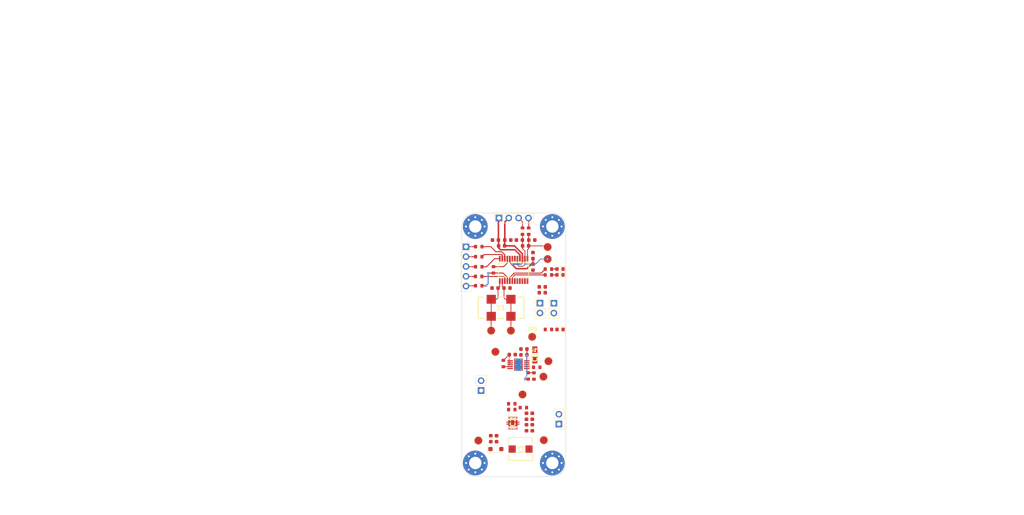
<source format=kicad_pcb>
(kicad_pcb (version 20241229) (generator "pcbnew") (generator_version "9.0")
  (title_block (date "2024-04-13") (rev "${REVISION}") (company "${COMPANY}"))
  (layers (0 "F.Cu" signal "L1 (Sig, PWR)") (2 "B.Cu" signal "L6 (Sig, PWR)") (13 "F.Paste" user) (15 "B.Paste" user) (5 "F.SilkS" user "F.Silkscreen") (7 "B.SilkS" user "B.Silkscreen") (1 "F.Mask" user) (3 "B.Mask" user) (25 "Edge.Cuts" user))
  (property "ASSEMBLY_NOTES" "")
  (property "BOARD_NAME" "AD7190")
  (property "COMPANY" "OPEN_TRUST_LAB")
  (property "DESIGNER" "SIEBERT DIMITRY")
  (property "FABRICATION_NOTES" "")
  (property "GIT_HASH_PCB" "f2c7d09")
  (property "GIT_HASH_SCH" "f2c7d09")
  (property "GIT_URL" "https://github.com/nguyen-v/KDT_Hierarchical_KiBot")
  (property "PROJECT_NAME" "OPEN_WEIGHT")
  (property "RELEASE_BODY_1.0.0" "")
  (property "RELEASE_BODY_1.0.1" "")
  (property "RELEASE_BODY_1.0.2" "")
  (property "RELEASE_BODY_1.1.0" "")
  (property "RELEASE_BODY_UNRELEASED" "Version Unreleased not found.")
  (property "RELEASE_DATE" "24-Feb-2026")
  (property "RELEASE_DATE_NUM" "2026-02-24")
  (property "RELEASE_TITLE_1.0.0" "")
  (property "RELEASE_TITLE_1.0.1" "")
  (property "RELEASE_TITLE_1.0.2" "")
  (property "RELEASE_TITLE_1.1.0" "")
  (property "RELEASE_TITLE_UNRELEASED" "Version Unreleased not found.")
  (property "REVISION" "+ (Unreleased)")
  (property "SHEET_NAME_1" "Cover Page")
  (property "SHEET_NAME_10" "Revision History")
  (property "SHEET_NAME_11" "......................................")
  (property "SHEET_NAME_12" "......................................")
  (property "SHEET_NAME_13" "......................................")
  (property "SHEET_NAME_14" "......................................")
  (property "SHEET_NAME_15" "......................................")
  (property "SHEET_NAME_16" "......................................")
  (property "SHEET_NAME_17" "......................................")
  (property "SHEET_NAME_18" "......................................")
  (property "SHEET_NAME_19" "......................................")
  (property "SHEET_NAME_2" "Block Diagram")
  (property "SHEET_NAME_20" "......................................")
  (property "SHEET_NAME_21" "......................................")
  (property "SHEET_NAME_22" "......................................")
  (property "SHEET_NAME_23" "......................................")
  (property "SHEET_NAME_24" "......................................")
  (property "SHEET_NAME_25" "......................................")
  (property "SHEET_NAME_26" "......................................")
  (property "SHEET_NAME_27" "......................................")
  (property "SHEET_NAME_28" "......................................")
  (property "SHEET_NAME_29" "......................................")
  (property "SHEET_NAME_3" "Project Architecture")
  (property "SHEET_NAME_30" "......................................")
  (property "SHEET_NAME_31" "......................................")
  (property "SHEET_NAME_32" "......................................")
  (property "SHEET_NAME_33" "......................................")
  (property "SHEET_NAME_34" "......................................")
  (property "SHEET_NAME_35" "......................................")
  (property "SHEET_NAME_36" "......................................")
  (property "SHEET_NAME_37" "......................................")
  (property "SHEET_NAME_38" "......................................")
  (property "SHEET_NAME_39" "......................................")
  (property "SHEET_NAME_4" "AD7910_Weight_sensor")
  (property "SHEET_NAME_40" "......................................")
  (property "SHEET_NAME_5" "LT3042_6V_5VA")
  (property "SHEET_NAME_6" "TPS61086_3.3V_to_6V")
  (property "SHEET_NAME_7" "Holes, Fiducials")
  (property "SHEET_NAME_8" "Connecteur")
  (property "SHEET_NAME_9" "Power - Sequencing")
  (property "VARIANT" "DRAFT")
  (net 0 "")
  (net 1 "+3.3V_IN")
  (net 2 "GND")
  (net 3 "IN-SENSE+")
  (net 4 "IN-SENSE-")
  (net 5 "OUT-")
  (net 6 "OUT+")
  (net 7 "MCLK2")
  (net 8 "MCLK1")
  (net 9 "+5VA_OUT")
  (net 10 "/Project Architecture/LT3042_6V_5VA/SET")
  (net 11 "+6V_IN")
  (net 12 "Net-(C17-Pad1)")
  (net 13 "+6V_OUT")
  (net 14 "Net-(D1-A)")
  (net 15 "Net-(D2-A)")
  (net 16 "Net-(D3-A)")
  (net 17 "Net-(D4-A)")
  (net 18 "CS")
  (net 19 "SCLK")
  (net 20 "DIN")
  (net 21 "SYNC")
  (net 22 "DOUT")
  (net 23 "IN-OUT+")
  (net 24 "IN-OUT-")
  (net 25 "Net-(U1-DIN)")
  (net 26 "Net-(U1-~{SYNC})")
  (net 27 "Net-(U1-SCLK)")
  (net 28 "Net-(U1-~{CS})")
  (net 29 "Net-(U1-DOUT{slash}~{RDY})")
  (net 30 "Net-(U1-P3)")
  (net 31 "Net-(U1-P2)")
  (net 32 "/Project Architecture/LT3042_6V_5VA/PGFB")
  (net 33 "Net-(U2-PG)")
  (net 34 "/Project Architecture/TPS61086_3.3V_to_6V/FB")
  (net 40 "Net-(IC2-SS)")
  (net 41 "Net-(IC2-COMP)")
  (footprint "Capacitor_SMD:C_0603_1608Metric" (layer "F.Cu") (at 151.165 110.46 180)
    (property "Reference" "C15" (hide yes))
    (property "Value" "10µF" (hide yes))
  )
  (footprint "LED_SMD:LED_0603_1608Metric" (layer "F.Cu") (at 160.4875 91.3 180)
    (property "Reference" "D2" (hide yes))
    (property "Value" "LED" (hide yes))
  )
  (footprint "TestPoint:TestPoint_Pad_D2.0mm" (layer "F.Cu") (at 157.5 113.6)
    (property "Reference" "TP17" (hide yes))
    (property "Value" "TestPoint" (hide yes))
  )
  (footprint "Capacitor_SMD:C_0603_1608Metric" (layer "F.Cu") (at 148.15 111.9)
    (property "Reference" "C16" (hide yes))
    (property "Value" "4.7µF" (hide yes))
  )
  (footprint "MountingHole:MountingHole_3.2mm_M3_Pad_Via" (layer "F.Cu") (at 158.5 139.9)
    (property "Reference" "H4" (hide yes))
    (property "Value" "MountingHole_Pad" (hide yes))
  )
  (footprint "Package_SO:MSOP-10-1EP_3x3mm_P0.5mm_EP2.2x3.1mm_Mask1.83x1.89mm_ThermalVias" (layer "F.Cu") (at 149.75 114.5)
    (property "Reference" "U2" (hide yes))
    (property "Value" "LT3042IMSE" (hide yes))
  )
  (footprint "Capacitor_SMD:C_0603_1608Metric" (layer "F.Cu") (at 153.5 86.3 -90)
    (property "Reference" "C3" (hide yes))
    (property "Value" "0.1µF" (hide yes))
  )
  (footprint "Connector_PinHeader_2.54mm:PinHeader_1x02_P2.54mm_Vertical" (layer "F.Cu") (at 140.1 121.175 180)
    (property "Reference" "J2" (hide yes))
    (property "Value" "Conn_01x02_Pin" (hide yes))
  )
  (footprint "Capacitor_SMD:C_0603_1608Metric" (layer "F.Cu") (at 145.4 83.8 180)
    (property "Reference" "C5" (hide yes))
    (property "Value" "0.1µF" (hide yes))
  )
  (footprint "Resistor_SMD:R_0603_1608Metric" (layer "F.Cu") (at 157.4875 89.8)
    (property "Reference" "R10" (hide yes))
    (property "Value" "100Ω" (hide yes))
  )
  (footprint "Capacitor_SMD:C_0603_1608Metric" (layer "F.Cu") (at 151.165 111.97 180)
    (property "Reference" "C13" (hide yes))
    (property "Value" "4.7µF" (hide yes))
  )
  (footprint "Connector_PinHeader_2.54mm:PinHeader_1x02_P2.54mm_Vertical" (layer "F.Cu") (at 158.9 98.625)
    (property "Reference" "J4" (hide yes))
    (property "Value" "Conn_01x02_Pin" (hide yes))
  )
  (footprint "Capacitor_SMD:C_0603_1608Metric" (layer "F.Cu") (at 151.825 130.8 90)
    (property "Reference" "C22" (hide yes))
    (property "Value" "1µF" (hide yes))
  )
  (footprint "Capacitor_SMD:C_0603_1608Metric" (layer "F.Cu") (at 143.8 82.3 180)
    (property "Reference" "C9" (hide yes))
    (property "Value" "0.01µF" (hide yes))
  )
  (footprint "Resistor_SMD:R_0603_1608Metric" (layer "F.Cu") (at 139.5 86.6)
    (property "Reference" "R7" (hide yes))
    (property "Value" "100Ω" (hide yes))
  )
  (footprint "Capacitor_SMD:C_0603_1608Metric" (layer "F.Cu") (at 144.1 133.625 90)
    (property "Reference" "C19" (hide yes))
    (property "Value" "10µF" (hide yes))
  )
  (footprint "Resistor_SMD:R_0603_1608Metric" (layer "F.Cu") (at 157.5 105.4 180)
    (property "Reference" "R16" (hide yes))
    (property "Value" "620Ω" (hide yes))
  )
  (footprint "Resistor_SMD:R_0603_1608Metric" (layer "F.Cu") (at 139.5 89.2)
    (property "Reference" "R3" (hide yes))
    (property "Value" "100Ω" (hide yes))
  )
  (footprint "Connector_PinHeader_2.54mm:PinHeader_1x02_P2.54mm_Vertical" (layer "F.Cu") (at 155.3 98.6)
    (property "Reference" "J3" (hide yes))
    (property "Value" "Conn_01x02_Pin" (hide yes))
  )
  (footprint "Capacitor_SMD:C_0603_1608Metric" (layer "F.Cu") (at 147 82.3 180)
    (property "Reference" "C7" (hide yes))
    (property "Value" "0.01µF" (hide yes))
  )
  (footprint "Capacitor_SMD:C_0603_1608Metric" (layer "F.Cu") (at 153.5 89.3 90)
    (property "Reference" "C4" (hide yes))
    (property "Value" "10µF" (hide yes))
  )
  (footprint "Capacitor_SMD:C_0603_1608Metric" (layer "F.Cu") (at 151.825 127.825 -90)
    (property "Reference" "C17" (hide yes))
    (property "Value" "2.2nF" (hide yes))
  )
  (footprint "Capacitor_SMD:C_0603_1608Metric" (layer "F.Cu") (at 146.8 94.7)
    (property "Reference" "C11" (hide yes))
    (property "Value" "22pf" (hide yes))
  )
  (footprint "Resistor_SMD:R_0603_1608Metric" (layer "F.Cu") (at 152.4 80 -90)
    (property "Reference" "R1" (hide yes))
    (property "Value" "100Ω" (hide yes))
  )
  (footprint "Resistor_SMD:R_0603_1608Metric" (layer "F.Cu") (at 143.3 90 -90)
    (property "Reference" "R8" (hide yes))
    (property "Value" "100kΩ" (hide yes))
  )
  (footprint "Capacitor_SMD:C_0603_1608Metric" (layer "F.Cu") (at 150 82.3 180)
    (property "Reference" "C8" (hide yes))
    (property "Value" "0.01µF" (hide yes))
  )
  (footprint "Capacitor_SMD:C_0603_1608Metric" (layer "F.Cu") (at 153.325 127.825 -90)
    (property "Reference" "C18" (hide yes))
    (property "Value" "100nF" (hide yes))
  )
  (footprint "Capacitor_SMD:C_0603_1608Metric" (layer "F.Cu") (at 151.6 83.8 180)
    (property "Reference" "C6" (hide yes))
    (property "Value" "0.1µF" (hide yes))
  )
  (footprint "Resistor_SMD:R_0603_1608Metric" (layer "F.Cu") (at 139.5 84)
    (property "Reference" "R4" (hide yes))
    (property "Value" "100Ω" (hide yes))
  )
  (footprint "Connector_PinHeader_2.54mm:PinHeader_1x02_P2.54mm_Vertical" (layer "F.Cu") (at 160.2 129.84 180)
    (property "Reference" "J1" (hide yes))
    (property "Value" "Conn_01x02_Pin" (hide yes))
  )
  (footprint "Resistor_SMD:R_0603_1608Metric" (layer "F.Cu") (at 145.85 114.2 -90)
    (property "Reference" "R14" (hide yes))
    (property "Value" "200kΩ" (hide yes))
  )
  (footprint "Capacitor_SMD:C_0603_1608Metric" (layer "F.Cu") (at 155.9 95.9)
    (property "Reference" "C2" (hide yes))
    (property "Value" "10µF" (hide yes))
  )
  (footprint "Diode_SMD:D_SOD-123F" (layer "F.Cu") (at 143.925 136.3)
    (property "Reference" "D3" (hide yes))
    (property "Value" "PMEG2010AEH" (hide yes))
  )
  (footprint "Capacitor_SMD:C_0603_1608Metric" (layer "F.Cu") (at 142.6 133.625 90)
    (property "Reference" "C20" (hide yes))
    (property "Value" "10µF" (hide yes))
  )
  (footprint "TestPoint:TestPoint_Pad_D2.0mm" (layer "F.Cu") (at 147.8 105.7 90)
    (property "Reference" "TP15" (hide yes))
    (property "Value" "TestPoint" (hide yes))
  )
  (footprint "Resistor_SMD:R_0603_1608Metric" (layer "F.Cu") (at 157.4875 91.3)
    (property "Reference" "R11" (hide yes))
    (property "Value" "100Ω" (hide yes))
  )
  (footprint "Resistor_SMD:R_0603_1608Metric" (layer "F.Cu") (at 139.5 94.1)
    (property "Reference" "R6" (hide yes))
    (property "Value" "100Ω" (hide yes))
  )
  (footprint "ABC2-4.9152MHZ-4-T:ABC210000MHZ4" (layer "F.Cu") (at 145.26 99.8)
    (property "Reference" "Y1")
    (property "Value" "ABC2-4.9152MHZ-4-T" (hide yes))
  )
  (footprint "TestPoint:TestPoint_Pad_D2.0mm" (layer "F.Cu") (at 143.8 111.17)
    (property "Reference" "TP16" (hide yes))
    (property "Value" "TestPoint" (hide yes))
  )
  (footprint "LED_SMD:LED_0603_1608Metric" (layer "F.Cu") (at 160.5 89.79 180)
    (property "Reference" "D1" (hide yes))
    (property "Value" "LED" (hide yes))
  )
  (footprint "Capacitor_SMD:C_0603_1608Metric" (layer "F.Cu") (at 153.2 82.3 180)
    (property "Reference" "C10" (hide yes))
    (property "Value" "0.01µF" (hide yes))
  )
  (footprint "TestPoint:TestPoint_Pad_D2.0mm" (layer "F.Cu") (at 139.4 134.1)
    (property "Reference" "TP20" (hide yes))
    (property "Value" "TestPoint" (hide yes))
  )
  (footprint "MountingHole:MountingHole_3.2mm_M3_Pad_Via" (layer "F.Cu") (at 138.6 139.9)
    (property "Reference" "H3" (hide yes))
    (property "Value" "MountingHole_Pad" (hide yes))
  )
  (footprint "Resistor_SMD:R_0603_1608Metric" (layer "F.Cu") (at 150.8 80 -90)
    (property "Reference" "R2" (hide yes))
    (property "Value" "100Ω" (hide yes))
  )
  (footprint "TestPoint:TestPoint_Pad_D2.0mm" (layer "F.Cu") (at 142.7 105.7 90)
    (property "Reference" "TP14" (hide yes))
    (property "Value" "TestPoint" (hide yes))
  )
  (footprint "Capacitor_SMD:C_0603_1608Metric" (layer "F.Cu") (at 155.9 94.4)
    (property "Reference" "C1" (hide yes))
    (property "Value" "0.1µF" (hide yes))
  )
  (footprint "Resistor_SMD:R_0603_1608Metric" (layer "F.Cu") (at 154.48 115.17 180)
    (property "Reference" "R9" (hide yes))
    (property "Value" "50kΩ" (hide yes))
  )
  (footprint "TestPoint:TestPoint_Pad_D2.0mm" (layer "F.Cu") (at 150.8 122.2)
    (property "Reference" "TP19" (hide yes))
    (property "Value" "TestPoint" (hide yes))
  )
  (footprint "TestPoint:TestPoint_Pad_D2.0mm" (layer "F.Cu") (at 153.3 107.3)
    (property "Reference" "TP8")
    (property "Value" "TestPoint" (hide yes))
  )
  (footprint "Resistor_SMD:R_0603_1608Metric" (layer "F.Cu") (at 139.475 91.7)
    (property "Reference" "R5" (hide yes))
    (property "Value" "100Ω" (hide yes))
  )
  (footprint "Resistor_SMD:R_0603_1608Metric" (layer "F.Cu") (at 148.025 124.6 180)
    (property "Reference" "R17" (hide yes))
    (property "Value" "69.8kΩ" (hide yes))
  )
  (footprint "TAJA225K016RNJ:CAPPM3216X180N" (layer "F.Cu") (at 153.99 111.97 90)
    (property "Reference" "C14")
    (property "Value" "TAJA225K016RNJ" (hide yes))
  )
  (footprint "TestPoint:TestPoint_Pad_D2.0mm" (layer "F.Cu") (at 157.3 84.1)
    (property "Reference" "TP3" (hide yes))
    (property "Value" "TestPoint" (hide yes))
  )
  (footprint "LED_SMD:LED_0603_1608Metric" (layer "F.Cu") (at 160.5 105.4 180)
    (property "Reference" "D4" (hide yes))
    (property "Value" "LED" (hide yes))
  )
  (footprint "Connector_PinSocket_2.54mm:PinSocket_1x04_P2.54mm_Vertical" (layer "F.Cu") (at 144.72 76.6 90)
    (property "Reference" "J5" (hide yes))
    (property "Value" "Conn_01x04_Socket" (hide yes))
  )
  (footprint "TestPoint:TestPoint_Pad_D2.0mm" (layer "F.Cu") (at 156.2 117.6)
    (property "Reference" "TP18" (hide yes))
    (property "Value" "TestPoint" (hide yes))
  )
  (footprint "Connector_PinSocket_2.54mm:PinSocket_1x05_P2.54mm_Vertical" (layer "F.Cu") (at 136.2 84.04)
    (property "Reference" "J6" (hide yes))
    (property "Value" "Conn_01x05_Pin" (hide yes))
  )
  (footprint "TestPoint:TestPoint_Pad_D2.0mm" (layer "F.Cu") (at 156.3 134)
    (property "Reference" "TP6" (hide yes))
    (property "Value" "TestPoint" (hide yes))
  )
  (footprint "Resistor_SMD:R_0603_1608Metric" (layer "F.Cu") (at 148.025 126.1)
    (property "Reference" "R15" (hide yes))
    (property "Value" "18kΩ" (hide yes))
  )
  (footprint "TPS61086DRCR:TPS16412DRCR" (layer "F.Cu") (at 148.325 129.6 -90)
    (property "Reference" "IC2")
    (property "Value" "TPS61086DRCR" (hide yes))
  )
  (footprint "Capacitor_SMD:C_0603_1608Metric" (layer "F.Cu") (at 153.325 130.8 90)
    (property "Reference" "C21" (hide yes))
    (property "Value" "10µF" (hide yes))
  )
  (footprint "Resistor_SMD:R_0603_1608Metric" (layer "F.Cu") (at 153.75 117.425 90)
    (property "Reference" "R13" (hide yes))
    (property "Value" "50kΩ" (hide yes))
  )
  (footprint "MountingHole:MountingHole_3.2mm_M3_Pad_Via" (layer "F.Cu") (at 158.5 78.8)
    (property "Reference" "H1" (hide yes))
    (property "Value" "MountingHole_Pad" (hide yes))
  )
  (footprint "Resistor_SMD:R_0603_1608Metric" (layer "F.Cu") (at 151.025 125.6 180)
    (property "Reference" "R18" (hide yes))
    (property "Value" "37.4kΩ" (hide yes))
  )
  (footprint "7447785004:7447785004" (layer "F.Cu") (at 150.3 136.3 -90)
    (property "Reference" "L1")
    (property "Value" "7447785004" (hide yes))
  )
  (footprint "AD7190WBRUZ:SOP65P640X120-24N" (layer "F.Cu") (at 148.5 90 90)
    (property "Reference" "U1" (hide yes))
    (property "Value" "AD7190WBRUZ" (hide yes))
  )
  (footprint "TestPoint:TestPoint_Pad_D2.0mm" (layer "F.Cu") (at 157.3 87.2)
    (property "Reference" "TP4" (hide yes))
    (property "Value" "TestPoint" (hide yes))
  )
  (footprint "MountingHole:MountingHole_3.2mm_M3_Pad_Via" (layer "F.Cu") (at 138.6 78.8)
    (property "Reference" "H2" (hide yes))
    (property "Value" "MountingHole_Pad" (hide yes))
  )
  (footprint "Resistor_SMD:R_0603_1608Metric" (layer "F.Cu") (at 152.25 117.4 -90)
    (property "Reference" "R12" (hide yes))
    (property "Value" "715kΩ" (hide yes))
  )
  (footprint "Capacitor_SMD:C_0603_1608Metric" (layer "F.Cu") (at 143.7 94.7 180)
    (property "Reference" "C12" (hide yes))
    (property "Value" "22pf" (hide yes))
  )
  (gr_arc (start 158.519955 75.299945) (mid 160.981998 76.332112) (end 162.000112 78.8) (stroke (width 0.1)) (layer "Edge.Cuts"))
  (gr_arc (start 162.000112 139.9) (mid 160.974953 142.374953) (end 158.5 143.400112) (stroke (width 0.1)) (layer "Edge.Cuts"))
  (gr_arc (start 138.6 143.399845) (mid 136.125236 142.374764) (end 135.100155 139.9) (stroke (width 0.1)) (layer "Edge.Cuts"))
  (gr_line (start 162.000112 78.8) (end 162.000112 139.9) (stroke (width 0.1)) (layer "Edge.Cuts"))
  (gr_line (start 158.5 143.400112) (end 138.6 143.399845) (stroke (width 0.1)) (layer "Edge.Cuts"))
  (gr_line (start 148.52 75.33) (end 158.519955 75.299945) (stroke (width 0.1)) (layer "Edge.Cuts"))
  (gr_line (start 135.098823 78.8) (end 135.100155 139.9) (stroke (width 0.1)) (layer "Edge.Cuts"))
  (gr_arc (start 135.098823 78.8) (mid 136.096186 76.352725) (end 138.520046 75.299736) (stroke (width 0.1)) (layer "Edge.Cuts"))
  (gr_line (start 148.52 75.33) (end 138.520046 75.299736) (stroke (width 0.1)) (layer "Edge.Cuts"))
  (segment (start 145.925 89.175) (end 146.875 88.225) (width 0.25) (layer "F.Cu") (net 1))
  (segment (start 143.3 89.175) (end 145.925 89.175) (width 0.25) (layer "F.Cu") (net 1))
  (segment (start 146.875 88.225) (end 146.875 87.1) (width 0.25) (layer "F.Cu") (net 1))
  (segment (start 142.72 94.715) (end 142.735 94.7) (width 0.2) (layer "F.Cu") (net 2))
  (segment (start 146.175 83.8) (end 146.175 82.35) (width 0.4) (layer "F.Cu") (net 3))
  (segment (start 151.9 89.7) (end 153.075 88.525) (width 0.4) (layer "F.Cu") (net 3))
  (segment (start 146.225 77.635) (end 147.26 76.6) (width 0.4) (layer "F.Cu") (net 3))
  (segment (start 149.2 89.7) (end 151.9 89.7) (width 0.4) (layer "F.Cu") (net 3))
  (segment (start 148.1 88.6) (end 149.2 89.7) (width 0.4) (layer "F.Cu") (net 3))
  (segment (start 150.4 88.5) (end 150.775 88.125) (width 0.4) (layer "F.Cu") (net 3))
  (segment (start 150.775 85.875) (end 148.7 83.8) (width 0.4) (layer "F.Cu") (net 3))
  (segment (start 146.175 82.35) (end 146.225 82.3) (width 0.4) (layer "F.Cu") (net 3))
  (segment (start 153.075 88.525) (end 153.5 88.525) (width 0.4) (layer "F.Cu") (net 3))
  (segment (start 146.225 82.3) (end 146.225 77.635) (width 0.4) (layer "F.Cu") (net 3))
  (segment (start 148 88.5) (end 147.525 88.025) (width 0.4) (layer "F.Cu") (net 3))
  (segment (start 148.1 88.5) (end 148 88.5) (width 0.4) (layer "F.Cu") (net 3))
  (segment (start 148.1 88.5) (end 148.1 88.6) (width 0.4) (layer "F.Cu") (net 3))
  (segment (start 150.775 88.125) (end 150.775 87.1) (width 0.4) (layer "F.Cu") (net 3))
  (segment (start 150.775 87.1) (end 150.775 85.875) (width 0.4) (layer "F.Cu") (net 3))
  (segment (start 147.525 88.025) (end 147.525 87.1) (width 0.4) (layer "F.Cu") (net 3))
  (segment (start 153.5 87.075) (end 153.5 88.525) (width 0.3) (layer "F.Cu") (net 3))
  (segment (start 148.7 83.8) (end 146.175 83.8) (width 0.4) (layer "F.Cu") (net 3))
  (via (at 148.1 88.5) (size 0.55) (drill 0.25) (layers "F.Cu" "B.Cu") (net 3))
  (via (at 150.4 88.5) (size 0.55) (drill 0.25) (layers "F.Cu" "B.Cu") (net 3))
  (segment (start 150.4 88.5) (end 148.1 88.5) (width 0.4) (layer "B.Cu") (net 3))
  (segment (start 144.575 82.3) (end 144.575 76.745) (width 0.4) (layer "F.Cu") (net 4))
  (segment (start 150.125 87.1) (end 150.125 86.125) (width 0.4) (layer "F.Cu") (net 4))
  (segment (start 148.8 84.8) (end 145.1 84.8) (width 0.4) (layer "F.Cu") (net 4))
  (segment (start 150.125 86.125) (end 148.8 84.8) (width 0.4) (layer "F.Cu") (net 4))
  (segment (start 144.625 82.35) (end 144.575 82.3) (width 0.4) (layer "F.Cu") (net 4))
  (segment (start 145.1 84.8) (end 144.625 84.325) (width 0.4) (layer "F.Cu") (net 4))
  (segment (start 144.575 76.745) (end 144.72 76.6) (width 0.4) (layer "F.Cu") (net 4))
  (segment (start 144.625 84.325) (end 144.625 83.8) (width 0.4) (layer "F.Cu") (net 4))
  (segment (start 144.625 83.8) (end 144.625 82.35) (width 0.4) (layer "F.Cu") (net 4))
  (segment (start 150.8 84.5) (end 150.8 83.825) (width 0.2) (layer "F.Cu") (net 5))
  (segment (start 149.475 87.1) (end 149.475 88.675) (width 0.2) (layer "F.Cu") (net 5))
  (segment (start 151.425 88.575) (end 151.425 88.5) (width 0.2) (layer "F.Cu") (net 5))
  (segment (start 150.8 80.825) (end 150.8 83.775) (width 0.2) (layer "F.Cu") (net 5))
  (segment (start 151.425 88.5) (end 151.425 87.1) (width 0.2) (layer "F.Cu") (net 5))
  (segment (start 150.9 89.1) (end 151.425 88.575) (width 0.2) (layer "F.Cu") (net 5))
  (segment (start 151.425 85.125) (end 150.8 84.5) (width 0.2) (layer "F.Cu") (net 5))
  (segment (start 149.9 89.1) (end 150.9 89.1) (width 0.2) (layer "F.Cu") (net 5))
  (segment (start 151.425 87.1) (end 151.425 85.125) (width 0.2) (layer "F.Cu") (net 5))
  (segment (start 150.8 83.825) (end 150.825 83.8) (width 0.2) (layer "F.Cu") (net 5))
  (segment (start 150.8 83.775) (end 150.825 83.8) (width 0.2) (layer "F.Cu") (net 5))
  (segment (start 149.475 88.675) (end 149.9 89.1) (width 0.2) (layer "F.Cu") (net 5))
  (via (at 151.425 88.5) (size 0.55) (drill 0.25) (layers "F.Cu" "B.Cu") (net 5))
  (via (at 157.3 87.2) (size 0.55) (drill 0.25) (layers "F.Cu" "B.Cu") (net 5))
  (segment (start 155.5 87.2) (end 157.3 87.2) (width 0.2) (layer "B.Cu") (net 5))
  (segment (start 154.2 88.5) (end 155.5 87.2) (width 0.2) (layer "B.Cu") (net 5))
  (segment (start 151.425 88.5) (end 154.2 88.5) (width 0.2) (layer "B.Cu") (net 5))
  (segment (start 152.4 83.825) (end 152.4 84.5) (width 0.2) (layer "F.Cu") (net 6))
  (segment (start 152.4 84.5) (end 152.075 84.825) (width 0.2) (layer "F.Cu") (net 6))
  (segment (start 152.375 81.525) (end 152.375 83.8) (width 0.2) (layer "F.Cu") (net 6))
  (segment (start 152.4 81.5) (end 152.375 81.525) (width 0.2) (layer "F.Cu") (net 6))
  (segment (start 152.375 83.8) (end 152.4 83.825) (width 0.2) (layer "F.Cu") (net 6))
  (segment (start 152.375 83.8) (end 157 83.8) (width 0.2) (layer "F.Cu") (net 6))
  (segment (start 157 83.8) (end 157.3 84.1) (width 0.2) (layer "F.Cu") (net 6))
  (segment (start 152.075 84.825) (end 152.075 87.1) (width 0.2) (layer "F.Cu") (net 6))
  (segment (start 152.4 80.825) (end 152.4 81.5) (width 0.2) (layer "F.Cu") (net 6))
  (segment (start 147.8 97.6) (end 147.8 102) (width 0.2) (layer "F.Cu") (net 7))
  (segment (start 146.4 97.6) (end 147.8 97.6) (width 0.2) (layer "F.Cu") (net 7))
  (segment (start 145.575 94.25) (end 146.025 94.7) (width 0.2) (layer "F.Cu") (net 7))
  (segment (start 146.025 94.7) (end 146.025 97.225) (width 0.2) (layer "F.Cu") (net 7))
  (segment (start 145.575 92.9) (end 145.575 94.25) (width 0.2) (layer "F.Cu") (net 7))
  (segment (start 146.025 97.225) (end 146.4 97.6) (width 0.2) (layer "F.Cu") (net 7))
  (segment (start 147.8 102) (end 147.8 105.7) (width 0.2) (layer "F.Cu") (net 7))
  (segment (start 142.72 102.18) (end 142.7 102.2) (width 0.2) (layer "F.Cu") (net 8))
  (segment (start 144.1 97.6) (end 142.72 97.6) (width 0.2) (layer "F.Cu") (net 8))
  (segment (start 144.5 97.2) (end 144.1 97.6) (width 0.2) (layer "F.Cu") (net 8))
  (segment (start 142.72 97.6) (end 142.72 102) (width 0.2) (layer "F.Cu") (net 8))
  (segment (start 144.925 92.9) (end 144.925 94.25) (width 0.2) (layer "F.Cu") (net 8))
  (segment (start 142.7 102.2) (end 142.7 105.7) (width 0.2) (layer "F.Cu") (net 8))
  (segment (start 142.72 102) (end 142.72 102.18) (width 0.2) (layer "F.Cu") (net 8))
  (segment (start 144.475 97.175) (end 144.5 97.2) (width 0.2) (layer "F.Cu") (net 8))
  (segment (start 144.925 94.25) (end 144.475 94.7) (width 0.2) (layer "F.Cu") (net 8))
  (segment (start 144.475 94.7) (end 144.475 97.175) (width 0.2) (layer "F.Cu") (net 8))
  (segment (start 151.9 113.5) (end 151.9 112.1) (width 0.2) (layer "F.Cu") (net 9))
  (segment (start 152.225 118.25) (end 152.25 118.225) (width 0.2) (layer "F.Cu") (net 9))
  (segment (start 151.94 110.46) (end 151.94 111.97) (width 0.25) (layer "F.Cu") (net 9))
  (segment (start 151.9 114) (end 151.9 113.5) (width 0.2) (layer "F.Cu") (net 9))
  (segment (start 151.45 118.25) (end 152.225 118.25) (width 0.2) (layer "F.Cu") (net 9))
  (segment (start 151.9 112.1) (end 151.9 112.05) (width 0.2) (layer "F.Cu") (net 9))
  (via (at 151.45 118.25) (size 0.55) (drill 0.25) (layers "F.Cu" "B.Cu") (net 9))
  (via (at 151.9 112.1) (size 0.55) (drill 0.25) (layers "F.Cu" "B.Cu") (net 9))
  (segment (start 151.45 118.25) (end 151.45 117.9) (width 0.2) (layer "B.Cu") (net 9))
  (segment (start 151.9 117.45) (end 151.9 112.1) (width 0.2) (layer "B.Cu") (net 9))
  (segment (start 151.45 117.9) (end 151.9 117.45) (width 0.2) (layer "B.Cu") (net 9))
  (segment (start 147.6 114.5) (end 147.375 114.275) (width 0.2) (layer "F.Cu") (net 11))
  (segment (start 147.375 114.275) (end 147.375 111.9) (width 0.2) (layer "F.Cu") (net 11))
  (segment (start 145.85 113.375) (end 145.9 113.375) (width 0.2) (layer "F.Cu") (net 11))
  (segment (start 145.9 113.375) (end 147.375 111.9) (width 0.2) (layer "F.Cu") (net 11))
  (segment (start 158.3125 89.8) (end 159.7025 89.8) (width 0.25) (layer "F.Cu") (net 14))
  (segment (start 159.7025 89.8) (end 159.7125 89.79) (width 0.25) (layer "F.Cu") (net 14))
  (segment (start 158.1625 91.3) (end 159.5625 91.3) (width 0.25) (layer "F.Cu") (net 15))
  (segment (start 138.675 94.1) (end 136.3 94.1) (width 0.25) (layer "F.Cu") (net 18))
  (segment (start 136.3 94.1) (end 136.2 94.2) (width 0.25) (layer "F.Cu") (net 18))
  (segment (start 136.24 91.7) (end 136.2 91.66) (width 0.25) (layer "F.Cu") (net 19))
  (segment (start 138.65 91.7) (end 136.24 91.7) (width 0.25) (layer "F.Cu") (net 19))
  (segment (start 136.28 89.2) (end 136.2 89.12) (width 0.25) (layer "F.Cu") (net 20))
  (segment (start 138.675 89.2) (end 136.28 89.2) (width 0.25) (layer "F.Cu") (net 20))
  (segment (start 136.24 84) (end 136.2 84.04) (width 0.25) (layer "F.Cu") (net 21))
  (segment (start 138.675 84) (end 136.24 84) (width 0.25) (layer "F.Cu") (net 21))
  (segment (start 136.22 86.6) (end 136.2 86.58) (width 0.25) (layer "F.Cu") (net 22))
  (segment (start 138.675 86.6) (end 136.22 86.6) (width 0.25) (layer "F.Cu") (net 22))
  (segment (start 152.4 79.175) (end 152.4 76.66) (width 0.2) (layer "F.Cu") (net 23))
  (segment (start 152.4 76.8) (end 152.5 76.7) (width 0.25) (layer "F.Cu") (net 23))
  (segment (start 152.4 76.66) (end 152.34 76.6) (width 0.25) (layer "F.Cu") (net 23))
  (segment (start 150.8 79.175) (end 150.8 77.6) (width 0.2) (layer "F.Cu") (net 24))
  (segment (start 150.8 77.6) (end 149.8 76.6) (width 0.2) (layer "F.Cu") (net 24))
  (segment (start 144.925 87.1) (end 143.6 87.1) (width 0.25) (layer "F.Cu") (net 25))
  (segment (start 141.5 89.2) (end 140.325 89.2) (width 0.25) (layer "F.Cu") (net 25))
  (segment (start 143.6 87.1) (end 141.5 89.2) (width 0.25) (layer "F.Cu") (net 25))
  (segment (start 144.882124 85.326) (end 144.856124 85.3) (width 0.25) (layer "F.Cu") (net 26))
  (segment (start 142.6 84) (end 140.325 84) (width 0.25) (layer "F.Cu") (net 26))
  (segment (start 146.225 86.125) (end 145.426 85.326) (width 0.25) (layer "F.Cu") (net 26))
  (segment (start 146.225 87.1) (end 146.225 86.125) (width 0.25) (layer "F.Cu") (net 26))
  (segment (start 145.426 85.326) (end 144.882124 85.326) (width 0.25) (layer "F.Cu") (net 26))
  (segment (start 144.856124 85.3) (end 143.9 85.3) (width 0.25) (layer "F.Cu") (net 26))
  (segment (start 143.9 85.3) (end 142.6 84) (width 0.25) (layer "F.Cu") (net 26))
  (segment (start 145.977 91.7) (end 140.3 91.7) (width 0.25) (layer "F.Cu") (net 27))
  (segment (start 146.225 92.9) (end 146.225 91.948) (width 0.25) (layer "F.Cu") (net 27))
  (segment (start 146.225 91.948) (end 145.977 91.7) (width 0.25) (layer "F.Cu") (net 27))
  (segment (start 141.4 94.1) (end 140.325 94.1) (width 0.25) (layer "F.Cu") (net 28))
  (segment (start 146.875 91.925) (end 145.775 90.825) (width 0.25) (layer "F.Cu") (net 28))
  (segment (start 146.875 92.9) (end 146.875 91.925) (width 0.25) (layer "F.Cu") (net 28))
  (segment (start 145.775 90.825) (end 143.3 90.825) (width 0.25) (layer "F.Cu") (net 28))
  (segment (start 143.3 90.825) (end 141.925 90.825) (width 0.25) (layer "F.Cu") (net 28))
  (via (at 141.925 90.825) (size 0.55) (drill 0.25) (layers "F.Cu" "B.Cu") (net 28))
  (via (at 141.4 94.1) (size 0.55) (drill 0.25) (layers "F.Cu" "B.Cu") (net 28))
  (segment (start 141.925 93.575) (end 141.4 94.1) (width 0.25) (layer "B.Cu") (net 28))
  (segment (start 141.925 90.825) (end 141.925 93.575) (width 0.25) (layer "B.Cu") (net 28))
  (segment (start 140.876 86.049) (end 140.325 86.6) (width 0.25) (layer "F.Cu") (net 29))
  (segment (start 145.575 87.1) (end 145.575 86.148) (width 0.25) (layer "F.Cu") (net 29))
  (segment (start 145.575 86.148) (end 145.476 86.049) (width 0.25) (layer "F.Cu") (net 29))
  (segment (start 145.476 86.049) (end 140.876 86.049) (width 0.25) (layer "F.Cu") (net 29))
  (segment (start 148.48519 91) (end 148.63619 90.849) (width 0.25) (layer "F.Cu") (net 30))
  (segment (start 147.525 91.948) (end 148.473 91) (width 0.25) (layer "F.Cu") (net 30))
  (segment (start 148.63619 90.849) (end 155.6135 90.849) (width 0.25) (layer "F.Cu") (net 30))
  (segment (start 147.525 92.9) (end 147.525 91.948) (width 0.25) (layer "F.Cu") (net 30))
  (segment (start 155.6135 90.849) (end 156.6625 89.8) (width 0.25) (layer "F.Cu") (net 30))
  (segment (start 148.473 91) (end 148.48519 91) (width 0.25) (layer "F.Cu") (net 30))
  (segment (start 156.6625 91.3) (end 148.823 91.3) (width 0.25) (layer "F.Cu") (net 31))
  (segment (start 148.175 91.948) (end 148.175 92.9) (width 0.25) (layer "F.Cu") (net 31))
  (segment (start 148.823 91.3) (end 148.175 91.948) (width 0.25) (layer "F.Cu") (net 31))
  (segment (start 151.9 116.225) (end 152.25 116.575) (width 0.2) (layer "F.Cu") (net 32))
  (segment (start 151.9 115.5) (end 151.9 116.225) (width 0.2) (layer "F.Cu") (net 32))
  (segment (start 153.75 116.6) (end 152.275 116.6) (width 0.2) (layer "F.Cu") (net 32))
  (segment (start 152.275 116.6) (end 152.25 116.575) (width 0.2) (layer "F.Cu") (net 32))
  (segment (start 147.6 115) (end 145.875 115) (width 0.2) (layer "F.Cu") (net 33))
  (segment (start 145.875 115) (end 145.85 115.025) (width 0.2) (layer "F.Cu") (net 33))
)
</source>
